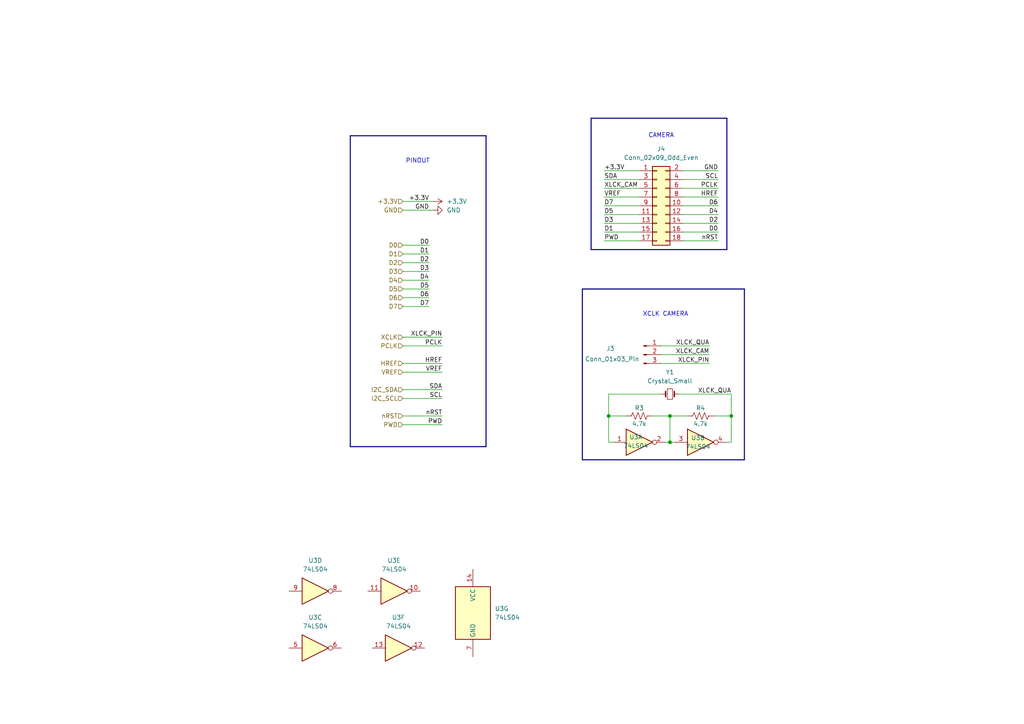
<source format=kicad_sch>
(kicad_sch
	(version 20250114)
	(generator "eeschema")
	(generator_version "9.0")
	(uuid "7fd1e59d-d896-4263-8d21-df7365fed559")
	(paper "A4")
	(lib_symbols
		(symbol "74xx:74LS04"
			(exclude_from_sim no)
			(in_bom yes)
			(on_board yes)
			(property "Reference" "U"
				(at 0 1.27 0)
				(effects
					(font
						(size 1.27 1.27)
					)
				)
			)
			(property "Value" "74LS04"
				(at 0 -1.27 0)
				(effects
					(font
						(size 1.27 1.27)
					)
				)
			)
			(property "Footprint" ""
				(at 0 0 0)
				(effects
					(font
						(size 1.27 1.27)
					)
					(hide yes)
				)
			)
			(property "Datasheet" "http://www.ti.com/lit/gpn/sn74LS04"
				(at 0 0 0)
				(effects
					(font
						(size 1.27 1.27)
					)
					(hide yes)
				)
			)
			(property "Description" "Hex Inverter"
				(at 0 0 0)
				(effects
					(font
						(size 1.27 1.27)
					)
					(hide yes)
				)
			)
			(property "ki_locked" ""
				(at 0 0 0)
				(effects
					(font
						(size 1.27 1.27)
					)
				)
			)
			(property "ki_keywords" "TTL not inv"
				(at 0 0 0)
				(effects
					(font
						(size 1.27 1.27)
					)
					(hide yes)
				)
			)
			(property "ki_fp_filters" "DIP*W7.62mm* SSOP?14* TSSOP?14*"
				(at 0 0 0)
				(effects
					(font
						(size 1.27 1.27)
					)
					(hide yes)
				)
			)
			(symbol "74LS04_1_0"
				(polyline
					(pts
						(xy -3.81 3.81) (xy -3.81 -3.81) (xy 3.81 0) (xy -3.81 3.81)
					)
					(stroke
						(width 0.254)
						(type default)
					)
					(fill
						(type background)
					)
				)
				(pin input line
					(at -7.62 0 0)
					(length 3.81)
					(name "~"
						(effects
							(font
								(size 1.27 1.27)
							)
						)
					)
					(number "1"
						(effects
							(font
								(size 1.27 1.27)
							)
						)
					)
				)
				(pin output inverted
					(at 7.62 0 180)
					(length 3.81)
					(name "~"
						(effects
							(font
								(size 1.27 1.27)
							)
						)
					)
					(number "2"
						(effects
							(font
								(size 1.27 1.27)
							)
						)
					)
				)
			)
			(symbol "74LS04_2_0"
				(polyline
					(pts
						(xy -3.81 3.81) (xy -3.81 -3.81) (xy 3.81 0) (xy -3.81 3.81)
					)
					(stroke
						(width 0.254)
						(type default)
					)
					(fill
						(type background)
					)
				)
				(pin input line
					(at -7.62 0 0)
					(length 3.81)
					(name "~"
						(effects
							(font
								(size 1.27 1.27)
							)
						)
					)
					(number "3"
						(effects
							(font
								(size 1.27 1.27)
							)
						)
					)
				)
				(pin output inverted
					(at 7.62 0 180)
					(length 3.81)
					(name "~"
						(effects
							(font
								(size 1.27 1.27)
							)
						)
					)
					(number "4"
						(effects
							(font
								(size 1.27 1.27)
							)
						)
					)
				)
			)
			(symbol "74LS04_3_0"
				(polyline
					(pts
						(xy -3.81 3.81) (xy -3.81 -3.81) (xy 3.81 0) (xy -3.81 3.81)
					)
					(stroke
						(width 0.254)
						(type default)
					)
					(fill
						(type background)
					)
				)
				(pin input line
					(at -7.62 0 0)
					(length 3.81)
					(name "~"
						(effects
							(font
								(size 1.27 1.27)
							)
						)
					)
					(number "5"
						(effects
							(font
								(size 1.27 1.27)
							)
						)
					)
				)
				(pin output inverted
					(at 7.62 0 180)
					(length 3.81)
					(name "~"
						(effects
							(font
								(size 1.27 1.27)
							)
						)
					)
					(number "6"
						(effects
							(font
								(size 1.27 1.27)
							)
						)
					)
				)
			)
			(symbol "74LS04_4_0"
				(polyline
					(pts
						(xy -3.81 3.81) (xy -3.81 -3.81) (xy 3.81 0) (xy -3.81 3.81)
					)
					(stroke
						(width 0.254)
						(type default)
					)
					(fill
						(type background)
					)
				)
				(pin input line
					(at -7.62 0 0)
					(length 3.81)
					(name "~"
						(effects
							(font
								(size 1.27 1.27)
							)
						)
					)
					(number "9"
						(effects
							(font
								(size 1.27 1.27)
							)
						)
					)
				)
				(pin output inverted
					(at 7.62 0 180)
					(length 3.81)
					(name "~"
						(effects
							(font
								(size 1.27 1.27)
							)
						)
					)
					(number "8"
						(effects
							(font
								(size 1.27 1.27)
							)
						)
					)
				)
			)
			(symbol "74LS04_5_0"
				(polyline
					(pts
						(xy -3.81 3.81) (xy -3.81 -3.81) (xy 3.81 0) (xy -3.81 3.81)
					)
					(stroke
						(width 0.254)
						(type default)
					)
					(fill
						(type background)
					)
				)
				(pin input line
					(at -7.62 0 0)
					(length 3.81)
					(name "~"
						(effects
							(font
								(size 1.27 1.27)
							)
						)
					)
					(number "11"
						(effects
							(font
								(size 1.27 1.27)
							)
						)
					)
				)
				(pin output inverted
					(at 7.62 0 180)
					(length 3.81)
					(name "~"
						(effects
							(font
								(size 1.27 1.27)
							)
						)
					)
					(number "10"
						(effects
							(font
								(size 1.27 1.27)
							)
						)
					)
				)
			)
			(symbol "74LS04_6_0"
				(polyline
					(pts
						(xy -3.81 3.81) (xy -3.81 -3.81) (xy 3.81 0) (xy -3.81 3.81)
					)
					(stroke
						(width 0.254)
						(type default)
					)
					(fill
						(type background)
					)
				)
				(pin input line
					(at -7.62 0 0)
					(length 3.81)
					(name "~"
						(effects
							(font
								(size 1.27 1.27)
							)
						)
					)
					(number "13"
						(effects
							(font
								(size 1.27 1.27)
							)
						)
					)
				)
				(pin output inverted
					(at 7.62 0 180)
					(length 3.81)
					(name "~"
						(effects
							(font
								(size 1.27 1.27)
							)
						)
					)
					(number "12"
						(effects
							(font
								(size 1.27 1.27)
							)
						)
					)
				)
			)
			(symbol "74LS04_7_0"
				(pin power_in line
					(at 0 12.7 270)
					(length 5.08)
					(name "VCC"
						(effects
							(font
								(size 1.27 1.27)
							)
						)
					)
					(number "14"
						(effects
							(font
								(size 1.27 1.27)
							)
						)
					)
				)
				(pin power_in line
					(at 0 -12.7 90)
					(length 5.08)
					(name "GND"
						(effects
							(font
								(size 1.27 1.27)
							)
						)
					)
					(number "7"
						(effects
							(font
								(size 1.27 1.27)
							)
						)
					)
				)
			)
			(symbol "74LS04_7_1"
				(rectangle
					(start -5.08 7.62)
					(end 5.08 -7.62)
					(stroke
						(width 0.254)
						(type default)
					)
					(fill
						(type background)
					)
				)
			)
			(embedded_fonts no)
		)
		(symbol "Connector:Conn_01x03_Pin"
			(pin_names
				(offset 1.016)
				(hide yes)
			)
			(exclude_from_sim no)
			(in_bom yes)
			(on_board yes)
			(property "Reference" "J"
				(at 0 5.08 0)
				(effects
					(font
						(size 1.27 1.27)
					)
				)
			)
			(property "Value" "Conn_01x03_Pin"
				(at 0 -5.08 0)
				(effects
					(font
						(size 1.27 1.27)
					)
				)
			)
			(property "Footprint" ""
				(at 0 0 0)
				(effects
					(font
						(size 1.27 1.27)
					)
					(hide yes)
				)
			)
			(property "Datasheet" "~"
				(at 0 0 0)
				(effects
					(font
						(size 1.27 1.27)
					)
					(hide yes)
				)
			)
			(property "Description" "Generic connector, single row, 01x03, script generated"
				(at 0 0 0)
				(effects
					(font
						(size 1.27 1.27)
					)
					(hide yes)
				)
			)
			(property "ki_locked" ""
				(at 0 0 0)
				(effects
					(font
						(size 1.27 1.27)
					)
				)
			)
			(property "ki_keywords" "connector"
				(at 0 0 0)
				(effects
					(font
						(size 1.27 1.27)
					)
					(hide yes)
				)
			)
			(property "ki_fp_filters" "Connector*:*_1x??_*"
				(at 0 0 0)
				(effects
					(font
						(size 1.27 1.27)
					)
					(hide yes)
				)
			)
			(symbol "Conn_01x03_Pin_1_1"
				(rectangle
					(start 0.8636 2.667)
					(end 0 2.413)
					(stroke
						(width 0.1524)
						(type default)
					)
					(fill
						(type outline)
					)
				)
				(rectangle
					(start 0.8636 0.127)
					(end 0 -0.127)
					(stroke
						(width 0.1524)
						(type default)
					)
					(fill
						(type outline)
					)
				)
				(rectangle
					(start 0.8636 -2.413)
					(end 0 -2.667)
					(stroke
						(width 0.1524)
						(type default)
					)
					(fill
						(type outline)
					)
				)
				(polyline
					(pts
						(xy 1.27 2.54) (xy 0.8636 2.54)
					)
					(stroke
						(width 0.1524)
						(type default)
					)
					(fill
						(type none)
					)
				)
				(polyline
					(pts
						(xy 1.27 0) (xy 0.8636 0)
					)
					(stroke
						(width 0.1524)
						(type default)
					)
					(fill
						(type none)
					)
				)
				(polyline
					(pts
						(xy 1.27 -2.54) (xy 0.8636 -2.54)
					)
					(stroke
						(width 0.1524)
						(type default)
					)
					(fill
						(type none)
					)
				)
				(pin passive line
					(at 5.08 2.54 180)
					(length 3.81)
					(name "Pin_1"
						(effects
							(font
								(size 1.27 1.27)
							)
						)
					)
					(number "1"
						(effects
							(font
								(size 1.27 1.27)
							)
						)
					)
				)
				(pin passive line
					(at 5.08 0 180)
					(length 3.81)
					(name "Pin_2"
						(effects
							(font
								(size 1.27 1.27)
							)
						)
					)
					(number "2"
						(effects
							(font
								(size 1.27 1.27)
							)
						)
					)
				)
				(pin passive line
					(at 5.08 -2.54 180)
					(length 3.81)
					(name "Pin_3"
						(effects
							(font
								(size 1.27 1.27)
							)
						)
					)
					(number "3"
						(effects
							(font
								(size 1.27 1.27)
							)
						)
					)
				)
			)
			(embedded_fonts no)
		)
		(symbol "Connector_Generic:Conn_02x09_Odd_Even"
			(pin_names
				(offset 1.016)
				(hide yes)
			)
			(exclude_from_sim no)
			(in_bom yes)
			(on_board yes)
			(property "Reference" "J"
				(at 1.27 12.7 0)
				(effects
					(font
						(size 1.27 1.27)
					)
				)
			)
			(property "Value" "Conn_02x09_Odd_Even"
				(at 1.27 -12.7 0)
				(effects
					(font
						(size 1.27 1.27)
					)
				)
			)
			(property "Footprint" ""
				(at 0 0 0)
				(effects
					(font
						(size 1.27 1.27)
					)
					(hide yes)
				)
			)
			(property "Datasheet" "~"
				(at 0 0 0)
				(effects
					(font
						(size 1.27 1.27)
					)
					(hide yes)
				)
			)
			(property "Description" "Generic connector, double row, 02x09, odd/even pin numbering scheme (row 1 odd numbers, row 2 even numbers), script generated (kicad-library-utils/schlib/autogen/connector/)"
				(at 0 0 0)
				(effects
					(font
						(size 1.27 1.27)
					)
					(hide yes)
				)
			)
			(property "ki_keywords" "connector"
				(at 0 0 0)
				(effects
					(font
						(size 1.27 1.27)
					)
					(hide yes)
				)
			)
			(property "ki_fp_filters" "Connector*:*_2x??_*"
				(at 0 0 0)
				(effects
					(font
						(size 1.27 1.27)
					)
					(hide yes)
				)
			)
			(symbol "Conn_02x09_Odd_Even_1_1"
				(rectangle
					(start -1.27 11.43)
					(end 3.81 -11.43)
					(stroke
						(width 0.254)
						(type default)
					)
					(fill
						(type background)
					)
				)
				(rectangle
					(start -1.27 10.287)
					(end 0 10.033)
					(stroke
						(width 0.1524)
						(type default)
					)
					(fill
						(type none)
					)
				)
				(rectangle
					(start -1.27 7.747)
					(end 0 7.493)
					(stroke
						(width 0.1524)
						(type default)
					)
					(fill
						(type none)
					)
				)
				(rectangle
					(start -1.27 5.207)
					(end 0 4.953)
					(stroke
						(width 0.1524)
						(type default)
					)
					(fill
						(type none)
					)
				)
				(rectangle
					(start -1.27 2.667)
					(end 0 2.413)
					(stroke
						(width 0.1524)
						(type default)
					)
					(fill
						(type none)
					)
				)
				(rectangle
					(start -1.27 0.127)
					(end 0 -0.127)
					(stroke
						(width 0.1524)
						(type default)
					)
					(fill
						(type none)
					)
				)
				(rectangle
					(start -1.27 -2.413)
					(end 0 -2.667)
					(stroke
						(width 0.1524)
						(type default)
					)
					(fill
						(type none)
					)
				)
				(rectangle
					(start -1.27 -4.953)
					(end 0 -5.207)
					(stroke
						(width 0.1524)
						(type default)
					)
					(fill
						(type none)
					)
				)
				(rectangle
					(start -1.27 -7.493)
					(end 0 -7.747)
					(stroke
						(width 0.1524)
						(type default)
					)
					(fill
						(type none)
					)
				)
				(rectangle
					(start -1.27 -10.033)
					(end 0 -10.287)
					(stroke
						(width 0.1524)
						(type default)
					)
					(fill
						(type none)
					)
				)
				(rectangle
					(start 3.81 10.287)
					(end 2.54 10.033)
					(stroke
						(width 0.1524)
						(type default)
					)
					(fill
						(type none)
					)
				)
				(rectangle
					(start 3.81 7.747)
					(end 2.54 7.493)
					(stroke
						(width 0.1524)
						(type default)
					)
					(fill
						(type none)
					)
				)
				(rectangle
					(start 3.81 5.207)
					(end 2.54 4.953)
					(stroke
						(width 0.1524)
						(type default)
					)
					(fill
						(type none)
					)
				)
				(rectangle
					(start 3.81 2.667)
					(end 2.54 2.413)
					(stroke
						(width 0.1524)
						(type default)
					)
					(fill
						(type none)
					)
				)
				(rectangle
					(start 3.81 0.127)
					(end 2.54 -0.127)
					(stroke
						(width 0.1524)
						(type default)
					)
					(fill
						(type none)
					)
				)
				(rectangle
					(start 3.81 -2.413)
					(end 2.54 -2.667)
					(stroke
						(width 0.1524)
						(type default)
					)
					(fill
						(type none)
					)
				)
				(rectangle
					(start 3.81 -4.953)
					(end 2.54 -5.207)
					(stroke
						(width 0.1524)
						(type default)
					)
					(fill
						(type none)
					)
				)
				(rectangle
					(start 3.81 -7.493)
					(end 2.54 -7.747)
					(stroke
						(width 0.1524)
						(type default)
					)
					(fill
						(type none)
					)
				)
				(rectangle
					(start 3.81 -10.033)
					(end 2.54 -10.287)
					(stroke
						(width 0.1524)
						(type default)
					)
					(fill
						(type none)
					)
				)
				(pin passive line
					(at -5.08 10.16 0)
					(length 3.81)
					(name "Pin_1"
						(effects
							(font
								(size 1.27 1.27)
							)
						)
					)
					(number "1"
						(effects
							(font
								(size 1.27 1.27)
							)
						)
					)
				)
				(pin passive line
					(at -5.08 7.62 0)
					(length 3.81)
					(name "Pin_3"
						(effects
							(font
								(size 1.27 1.27)
							)
						)
					)
					(number "3"
						(effects
							(font
								(size 1.27 1.27)
							)
						)
					)
				)
				(pin passive line
					(at -5.08 5.08 0)
					(length 3.81)
					(name "Pin_5"
						(effects
							(font
								(size 1.27 1.27)
							)
						)
					)
					(number "5"
						(effects
							(font
								(size 1.27 1.27)
							)
						)
					)
				)
				(pin passive line
					(at -5.08 2.54 0)
					(length 3.81)
					(name "Pin_7"
						(effects
							(font
								(size 1.27 1.27)
							)
						)
					)
					(number "7"
						(effects
							(font
								(size 1.27 1.27)
							)
						)
					)
				)
				(pin passive line
					(at -5.08 0 0)
					(length 3.81)
					(name "Pin_9"
						(effects
							(font
								(size 1.27 1.27)
							)
						)
					)
					(number "9"
						(effects
							(font
								(size 1.27 1.27)
							)
						)
					)
				)
				(pin passive line
					(at -5.08 -2.54 0)
					(length 3.81)
					(name "Pin_11"
						(effects
							(font
								(size 1.27 1.27)
							)
						)
					)
					(number "11"
						(effects
							(font
								(size 1.27 1.27)
							)
						)
					)
				)
				(pin passive line
					(at -5.08 -5.08 0)
					(length 3.81)
					(name "Pin_13"
						(effects
							(font
								(size 1.27 1.27)
							)
						)
					)
					(number "13"
						(effects
							(font
								(size 1.27 1.27)
							)
						)
					)
				)
				(pin passive line
					(at -5.08 -7.62 0)
					(length 3.81)
					(name "Pin_15"
						(effects
							(font
								(size 1.27 1.27)
							)
						)
					)
					(number "15"
						(effects
							(font
								(size 1.27 1.27)
							)
						)
					)
				)
				(pin passive line
					(at -5.08 -10.16 0)
					(length 3.81)
					(name "Pin_17"
						(effects
							(font
								(size 1.27 1.27)
							)
						)
					)
					(number "17"
						(effects
							(font
								(size 1.27 1.27)
							)
						)
					)
				)
				(pin passive line
					(at 7.62 10.16 180)
					(length 3.81)
					(name "Pin_2"
						(effects
							(font
								(size 1.27 1.27)
							)
						)
					)
					(number "2"
						(effects
							(font
								(size 1.27 1.27)
							)
						)
					)
				)
				(pin passive line
					(at 7.62 7.62 180)
					(length 3.81)
					(name "Pin_4"
						(effects
							(font
								(size 1.27 1.27)
							)
						)
					)
					(number "4"
						(effects
							(font
								(size 1.27 1.27)
							)
						)
					)
				)
				(pin passive line
					(at 7.62 5.08 180)
					(length 3.81)
					(name "Pin_6"
						(effects
							(font
								(size 1.27 1.27)
							)
						)
					)
					(number "6"
						(effects
							(font
								(size 1.27 1.27)
							)
						)
					)
				)
				(pin passive line
					(at 7.62 2.54 180)
					(length 3.81)
					(name "Pin_8"
						(effects
							(font
								(size 1.27 1.27)
							)
						)
					)
					(number "8"
						(effects
							(font
								(size 1.27 1.27)
							)
						)
					)
				)
				(pin passive line
					(at 7.62 0 180)
					(length 3.81)
					(name "Pin_10"
						(effects
							(font
								(size 1.27 1.27)
							)
						)
					)
					(number "10"
						(effects
							(font
								(size 1.27 1.27)
							)
						)
					)
				)
				(pin passive line
					(at 7.62 -2.54 180)
					(length 3.81)
					(name "Pin_12"
						(effects
							(font
								(size 1.27 1.27)
							)
						)
					)
					(number "12"
						(effects
							(font
								(size 1.27 1.27)
							)
						)
					)
				)
				(pin passive line
					(at 7.62 -5.08 180)
					(length 3.81)
					(name "Pin_14"
						(effects
							(font
								(size 1.27 1.27)
							)
						)
					)
					(number "14"
						(effects
							(font
								(size 1.27 1.27)
							)
						)
					)
				)
				(pin passive line
					(at 7.62 -7.62 180)
					(length 3.81)
					(name "Pin_16"
						(effects
							(font
								(size 1.27 1.27)
							)
						)
					)
					(number "16"
						(effects
							(font
								(size 1.27 1.27)
							)
						)
					)
				)
				(pin passive line
					(at 7.62 -10.16 180)
					(length 3.81)
					(name "Pin_18"
						(effects
							(font
								(size 1.27 1.27)
							)
						)
					)
					(number "18"
						(effects
							(font
								(size 1.27 1.27)
							)
						)
					)
				)
			)
			(embedded_fonts no)
		)
		(symbol "Device:Crystal_Small"
			(pin_numbers
				(hide yes)
			)
			(pin_names
				(offset 1.016)
				(hide yes)
			)
			(exclude_from_sim no)
			(in_bom yes)
			(on_board yes)
			(property "Reference" "Y"
				(at 0 2.54 0)
				(effects
					(font
						(size 1.27 1.27)
					)
				)
			)
			(property "Value" "Crystal_Small"
				(at 0 -2.54 0)
				(effects
					(font
						(size 1.27 1.27)
					)
				)
			)
			(property "Footprint" ""
				(at 0 0 0)
				(effects
					(font
						(size 1.27 1.27)
					)
					(hide yes)
				)
			)
			(property "Datasheet" "~"
				(at 0 0 0)
				(effects
					(font
						(size 1.27 1.27)
					)
					(hide yes)
				)
			)
			(property "Description" "Two pin crystal, small symbol"
				(at 0 0 0)
				(effects
					(font
						(size 1.27 1.27)
					)
					(hide yes)
				)
			)
			(property "ki_keywords" "quartz ceramic resonator oscillator"
				(at 0 0 0)
				(effects
					(font
						(size 1.27 1.27)
					)
					(hide yes)
				)
			)
			(property "ki_fp_filters" "Crystal*"
				(at 0 0 0)
				(effects
					(font
						(size 1.27 1.27)
					)
					(hide yes)
				)
			)
			(symbol "Crystal_Small_0_1"
				(polyline
					(pts
						(xy -1.27 -0.762) (xy -1.27 0.762)
					)
					(stroke
						(width 0.381)
						(type default)
					)
					(fill
						(type none)
					)
				)
				(rectangle
					(start -0.762 -1.524)
					(end 0.762 1.524)
					(stroke
						(width 0)
						(type default)
					)
					(fill
						(type none)
					)
				)
				(polyline
					(pts
						(xy 1.27 -0.762) (xy 1.27 0.762)
					)
					(stroke
						(width 0.381)
						(type default)
					)
					(fill
						(type none)
					)
				)
			)
			(symbol "Crystal_Small_1_1"
				(pin passive line
					(at -2.54 0 0)
					(length 1.27)
					(name "1"
						(effects
							(font
								(size 1.27 1.27)
							)
						)
					)
					(number "1"
						(effects
							(font
								(size 1.27 1.27)
							)
						)
					)
				)
				(pin passive line
					(at 2.54 0 180)
					(length 1.27)
					(name "2"
						(effects
							(font
								(size 1.27 1.27)
							)
						)
					)
					(number "2"
						(effects
							(font
								(size 1.27 1.27)
							)
						)
					)
				)
			)
			(embedded_fonts no)
		)
		(symbol "Device:R_US"
			(pin_numbers
				(hide yes)
			)
			(pin_names
				(offset 0)
			)
			(exclude_from_sim no)
			(in_bom yes)
			(on_board yes)
			(property "Reference" "R"
				(at 2.54 0 90)
				(effects
					(font
						(size 1.27 1.27)
					)
				)
			)
			(property "Value" "R_US"
				(at -2.54 0 90)
				(effects
					(font
						(size 1.27 1.27)
					)
				)
			)
			(property "Footprint" ""
				(at 1.016 -0.254 90)
				(effects
					(font
						(size 1.27 1.27)
					)
					(hide yes)
				)
			)
			(property "Datasheet" "~"
				(at 0 0 0)
				(effects
					(font
						(size 1.27 1.27)
					)
					(hide yes)
				)
			)
			(property "Description" "Resistor, US symbol"
				(at 0 0 0)
				(effects
					(font
						(size 1.27 1.27)
					)
					(hide yes)
				)
			)
			(property "ki_keywords" "R res resistor"
				(at 0 0 0)
				(effects
					(font
						(size 1.27 1.27)
					)
					(hide yes)
				)
			)
			(property "ki_fp_filters" "R_*"
				(at 0 0 0)
				(effects
					(font
						(size 1.27 1.27)
					)
					(hide yes)
				)
			)
			(symbol "R_US_0_1"
				(polyline
					(pts
						(xy 0 2.286) (xy 0 2.54)
					)
					(stroke
						(width 0)
						(type default)
					)
					(fill
						(type none)
					)
				)
				(polyline
					(pts
						(xy 0 2.286) (xy 1.016 1.905) (xy 0 1.524) (xy -1.016 1.143) (xy 0 0.762)
					)
					(stroke
						(width 0)
						(type default)
					)
					(fill
						(type none)
					)
				)
				(polyline
					(pts
						(xy 0 0.762) (xy 1.016 0.381) (xy 0 0) (xy -1.016 -0.381) (xy 0 -0.762)
					)
					(stroke
						(width 0)
						(type default)
					)
					(fill
						(type none)
					)
				)
				(polyline
					(pts
						(xy 0 -0.762) (xy 1.016 -1.143) (xy 0 -1.524) (xy -1.016 -1.905) (xy 0 -2.286)
					)
					(stroke
						(width 0)
						(type default)
					)
					(fill
						(type none)
					)
				)
				(polyline
					(pts
						(xy 0 -2.286) (xy 0 -2.54)
					)
					(stroke
						(width 0)
						(type default)
					)
					(fill
						(type none)
					)
				)
			)
			(symbol "R_US_1_1"
				(pin passive line
					(at 0 3.81 270)
					(length 1.27)
					(name "~"
						(effects
							(font
								(size 1.27 1.27)
							)
						)
					)
					(number "1"
						(effects
							(font
								(size 1.27 1.27)
							)
						)
					)
				)
				(pin passive line
					(at 0 -3.81 90)
					(length 1.27)
					(name "~"
						(effects
							(font
								(size 1.27 1.27)
							)
						)
					)
					(number "2"
						(effects
							(font
								(size 1.27 1.27)
							)
						)
					)
				)
			)
			(embedded_fonts no)
		)
		(symbol "power:+3.3V"
			(power)
			(pin_numbers
				(hide yes)
			)
			(pin_names
				(offset 0)
				(hide yes)
			)
			(exclude_from_sim no)
			(in_bom yes)
			(on_board yes)
			(property "Reference" "#PWR"
				(at 0 -3.81 0)
				(effects
					(font
						(size 1.27 1.27)
					)
					(hide yes)
				)
			)
			(property "Value" "+3.3V"
				(at 0 3.556 0)
				(effects
					(font
						(size 1.27 1.27)
					)
				)
			)
			(property "Footprint" ""
				(at 0 0 0)
				(effects
					(font
						(size 1.27 1.27)
					)
					(hide yes)
				)
			)
			(property "Datasheet" ""
				(at 0 0 0)
				(effects
					(font
						(size 1.27 1.27)
					)
					(hide yes)
				)
			)
			(property "Description" "Power symbol creates a global label with name \"+3.3V\""
				(at 0 0 0)
				(effects
					(font
						(size 1.27 1.27)
					)
					(hide yes)
				)
			)
			(property "ki_keywords" "global power"
				(at 0 0 0)
				(effects
					(font
						(size 1.27 1.27)
					)
					(hide yes)
				)
			)
			(symbol "+3.3V_0_1"
				(polyline
					(pts
						(xy -0.762 1.27) (xy 0 2.54)
					)
					(stroke
						(width 0)
						(type default)
					)
					(fill
						(type none)
					)
				)
				(polyline
					(pts
						(xy 0 2.54) (xy 0.762 1.27)
					)
					(stroke
						(width 0)
						(type default)
					)
					(fill
						(type none)
					)
				)
				(polyline
					(pts
						(xy 0 0) (xy 0 2.54)
					)
					(stroke
						(width 0)
						(type default)
					)
					(fill
						(type none)
					)
				)
			)
			(symbol "+3.3V_1_1"
				(pin power_in line
					(at 0 0 90)
					(length 0)
					(name "~"
						(effects
							(font
								(size 1.27 1.27)
							)
						)
					)
					(number "1"
						(effects
							(font
								(size 1.27 1.27)
							)
						)
					)
				)
			)
			(embedded_fonts no)
		)
		(symbol "power:GND"
			(power)
			(pin_numbers
				(hide yes)
			)
			(pin_names
				(offset 0)
				(hide yes)
			)
			(exclude_from_sim no)
			(in_bom yes)
			(on_board yes)
			(property "Reference" "#PWR"
				(at 0 -6.35 0)
				(effects
					(font
						(size 1.27 1.27)
					)
					(hide yes)
				)
			)
			(property "Value" "GND"
				(at 0 -3.81 0)
				(effects
					(font
						(size 1.27 1.27)
					)
				)
			)
			(property "Footprint" ""
				(at 0 0 0)
				(effects
					(font
						(size 1.27 1.27)
					)
					(hide yes)
				)
			)
			(property "Datasheet" ""
				(at 0 0 0)
				(effects
					(font
						(size 1.27 1.27)
					)
					(hide yes)
				)
			)
			(property "Description" "Power symbol creates a global label with name \"GND\" , ground"
				(at 0 0 0)
				(effects
					(font
						(size 1.27 1.27)
					)
					(hide yes)
				)
			)
			(property "ki_keywords" "global power"
				(at 0 0 0)
				(effects
					(font
						(size 1.27 1.27)
					)
					(hide yes)
				)
			)
			(symbol "GND_0_1"
				(polyline
					(pts
						(xy 0 0) (xy 0 -1.27) (xy 1.27 -1.27) (xy 0 -2.54) (xy -1.27 -1.27) (xy 0 -1.27)
					)
					(stroke
						(width 0)
						(type default)
					)
					(fill
						(type none)
					)
				)
			)
			(symbol "GND_1_1"
				(pin power_in line
					(at 0 0 270)
					(length 0)
					(name "~"
						(effects
							(font
								(size 1.27 1.27)
							)
						)
					)
					(number "1"
						(effects
							(font
								(size 1.27 1.27)
							)
						)
					)
				)
			)
			(embedded_fonts no)
		)
	)
	(text "PINOUT\n"
		(exclude_from_sim no)
		(at 121.158 46.736 0)
		(effects
			(font
				(size 1.27 1.27)
			)
		)
		(uuid "2933875a-2b10-4880-92f7-4a6c2dcf1851")
	)
	(text "XCLK CAMERA"
		(exclude_from_sim no)
		(at 193.04 91.186 0)
		(effects
			(font
				(size 1.27 1.27)
			)
		)
		(uuid "6289ef4a-c985-46f8-9d36-c86bb1c1f8f3")
	)
	(text "CAMERA"
		(exclude_from_sim no)
		(at 191.77 39.37 0)
		(effects
			(font
				(size 1.27 1.27)
			)
		)
		(uuid "b76bfdaf-2c94-4ed0-b41e-2e78dc5c4a93")
	)
	(junction
		(at 212.09 120.65)
		(diameter 0)
		(color 0 0 0 0)
		(uuid "42692496-29df-457e-a65f-32101d8c445b")
	)
	(junction
		(at 176.53 120.65)
		(diameter 0)
		(color 0 0 0 0)
		(uuid "5d67b73c-988b-40ea-b201-74d75acadc59")
	)
	(junction
		(at 194.31 120.65)
		(diameter 0)
		(color 0 0 0 0)
		(uuid "a9b0415c-c4b7-4401-800b-f2bffd7d7056")
	)
	(junction
		(at 194.31 128.27)
		(diameter 0)
		(color 0 0 0 0)
		(uuid "c8c1152a-1c37-4ba8-8284-7014dc5e2cca")
	)
	(wire
		(pts
			(xy 175.26 52.07) (xy 185.42 52.07)
		)
		(stroke
			(width 0)
			(type default)
		)
		(uuid "022d9f1f-1c7c-4462-a23a-01e67dd01e74")
	)
	(bus
		(pts
			(xy 168.91 83.82) (xy 215.9 83.82)
		)
		(stroke
			(width 0)
			(type default)
		)
		(uuid "029fbb73-b008-42fb-8e0d-b7a0bbb50d79")
	)
	(wire
		(pts
			(xy 116.84 60.96) (xy 125.73 60.96)
		)
		(stroke
			(width 0)
			(type default)
		)
		(uuid "04d59f73-0a41-4ed3-bcc2-ee08d42a8901")
	)
	(wire
		(pts
			(xy 116.84 83.82) (xy 124.46 83.82)
		)
		(stroke
			(width 0)
			(type default)
		)
		(uuid "05a04c31-6927-43a2-a564-5553440878a1")
	)
	(wire
		(pts
			(xy 175.26 59.69) (xy 185.42 59.69)
		)
		(stroke
			(width 0)
			(type default)
		)
		(uuid "0a3465e6-ff6e-4811-a710-fd413fbfa868")
	)
	(wire
		(pts
			(xy 198.12 69.85) (xy 208.28 69.85)
		)
		(stroke
			(width 0)
			(type default)
		)
		(uuid "19653b1e-388e-4274-91a9-1ac83c111a94")
	)
	(wire
		(pts
			(xy 212.09 114.3) (xy 212.09 120.65)
		)
		(stroke
			(width 0)
			(type default)
		)
		(uuid "19cef1b3-bb24-4e90-9f01-3acca7c91222")
	)
	(wire
		(pts
			(xy 177.8 128.27) (xy 176.53 128.27)
		)
		(stroke
			(width 0)
			(type default)
		)
		(uuid "2198965f-082a-44dd-a5d1-f21bee77dc22")
	)
	(wire
		(pts
			(xy 116.84 123.19) (xy 128.27 123.19)
		)
		(stroke
			(width 0)
			(type default)
		)
		(uuid "21a3ca66-cae8-46e0-84e9-eb8ac09a3788")
	)
	(wire
		(pts
			(xy 176.53 114.3) (xy 176.53 120.65)
		)
		(stroke
			(width 0)
			(type default)
		)
		(uuid "28747858-976f-486f-ac0e-481f63a2e9e7")
	)
	(wire
		(pts
			(xy 207.01 120.65) (xy 212.09 120.65)
		)
		(stroke
			(width 0)
			(type default)
		)
		(uuid "29d755be-6482-4a51-a6ff-7d7509e8b5f0")
	)
	(bus
		(pts
			(xy 168.91 133.35) (xy 215.9 133.35)
		)
		(stroke
			(width 0)
			(type default)
		)
		(uuid "30abed05-dadb-4037-beab-06ba321c93a9")
	)
	(wire
		(pts
			(xy 198.12 62.23) (xy 208.28 62.23)
		)
		(stroke
			(width 0)
			(type default)
		)
		(uuid "3a2f50fa-5143-4cab-b75b-824c13b0cd5f")
	)
	(wire
		(pts
			(xy 191.77 105.41) (xy 205.74 105.41)
		)
		(stroke
			(width 0)
			(type default)
		)
		(uuid "3f69fb6e-9826-45fc-bb90-5fe7f9904cef")
	)
	(wire
		(pts
			(xy 189.23 120.65) (xy 194.31 120.65)
		)
		(stroke
			(width 0)
			(type default)
		)
		(uuid "426b3936-cc87-4aa0-87bc-e860914fae0c")
	)
	(wire
		(pts
			(xy 198.12 54.61) (xy 208.28 54.61)
		)
		(stroke
			(width 0)
			(type default)
		)
		(uuid "44d4d55e-ee14-4925-a66c-7a6f74c348fa")
	)
	(wire
		(pts
			(xy 116.84 105.41) (xy 128.27 105.41)
		)
		(stroke
			(width 0)
			(type default)
		)
		(uuid "557ed207-f14d-48b3-adcc-430a5a987869")
	)
	(wire
		(pts
			(xy 116.84 100.33) (xy 128.27 100.33)
		)
		(stroke
			(width 0)
			(type default)
		)
		(uuid "56d0a0c4-3176-48f6-8fcc-41ad5b347826")
	)
	(bus
		(pts
			(xy 215.9 133.35) (xy 215.9 83.82)
		)
		(stroke
			(width 0)
			(type default)
		)
		(uuid "57806dc6-dad6-46c2-912b-fb9581d6b4e6")
	)
	(wire
		(pts
			(xy 194.31 120.65) (xy 194.31 128.27)
		)
		(stroke
			(width 0)
			(type default)
		)
		(uuid "63b39c10-596f-4729-a507-906dc1f4fbf8")
	)
	(wire
		(pts
			(xy 191.77 102.87) (xy 205.74 102.87)
		)
		(stroke
			(width 0)
			(type default)
		)
		(uuid "652999d1-2564-4961-8c40-a603247b4368")
	)
	(bus
		(pts
			(xy 171.45 34.29) (xy 171.45 72.39)
		)
		(stroke
			(width 0)
			(type default)
		)
		(uuid "6c548481-e4e5-486b-b8c3-22474616b198")
	)
	(wire
		(pts
			(xy 175.26 49.53) (xy 185.42 49.53)
		)
		(stroke
			(width 0)
			(type default)
		)
		(uuid "715a51e7-555a-4953-ba9f-b32b6901ca73")
	)
	(wire
		(pts
			(xy 116.84 88.9) (xy 124.46 88.9)
		)
		(stroke
			(width 0)
			(type default)
		)
		(uuid "7263a39b-2705-46db-8180-33640945f58c")
	)
	(wire
		(pts
			(xy 191.77 100.33) (xy 205.74 100.33)
		)
		(stroke
			(width 0)
			(type default)
		)
		(uuid "76a19794-4193-4953-9704-c1a368d2f478")
	)
	(bus
		(pts
			(xy 101.6 39.37) (xy 140.97 39.37)
		)
		(stroke
			(width 0)
			(type default)
		)
		(uuid "79a60577-f547-4103-9d01-06fe2050accd")
	)
	(wire
		(pts
			(xy 198.12 67.31) (xy 208.28 67.31)
		)
		(stroke
			(width 0)
			(type default)
		)
		(uuid "7e27da1d-4ab1-426d-8f02-e5b63d61c1b4")
	)
	(wire
		(pts
			(xy 198.12 52.07) (xy 208.28 52.07)
		)
		(stroke
			(width 0)
			(type default)
		)
		(uuid "841227f0-8ce7-4e13-bc19-415dfa16d1a2")
	)
	(wire
		(pts
			(xy 116.84 71.12) (xy 124.46 71.12)
		)
		(stroke
			(width 0)
			(type default)
		)
		(uuid "86c71a5d-4142-47eb-b6aa-73ba99d640de")
	)
	(wire
		(pts
			(xy 116.84 120.65) (xy 128.27 120.65)
		)
		(stroke
			(width 0)
			(type default)
		)
		(uuid "87c1b63a-be8c-494d-8820-b3e52107d7e9")
	)
	(wire
		(pts
			(xy 116.84 107.95) (xy 128.27 107.95)
		)
		(stroke
			(width 0)
			(type default)
		)
		(uuid "8931de90-67ac-45b2-96a6-a27f1a733583")
	)
	(wire
		(pts
			(xy 194.31 128.27) (xy 195.58 128.27)
		)
		(stroke
			(width 0)
			(type default)
		)
		(uuid "8aef061c-43ef-4d36-a705-19e529928d26")
	)
	(wire
		(pts
			(xy 176.53 120.65) (xy 181.61 120.65)
		)
		(stroke
			(width 0)
			(type default)
		)
		(uuid "8cd1eff5-09c3-4300-b5ff-14e0bf85b77d")
	)
	(wire
		(pts
			(xy 175.26 54.61) (xy 185.42 54.61)
		)
		(stroke
			(width 0)
			(type default)
		)
		(uuid "8ce3cb45-4388-4b22-b2c4-2e23187bfc53")
	)
	(wire
		(pts
			(xy 176.53 114.3) (xy 191.77 114.3)
		)
		(stroke
			(width 0)
			(type default)
		)
		(uuid "8db69821-3b15-455e-9ff2-5f2d0f7c87d6")
	)
	(wire
		(pts
			(xy 193.04 128.27) (xy 194.31 128.27)
		)
		(stroke
			(width 0)
			(type default)
		)
		(uuid "8f079901-e344-42ec-816f-c210c19c5ba3")
	)
	(bus
		(pts
			(xy 140.97 129.54) (xy 140.97 39.37)
		)
		(stroke
			(width 0)
			(type default)
		)
		(uuid "93b3eb7c-1d41-453a-acf4-08f1b2a85677")
	)
	(wire
		(pts
			(xy 176.53 128.27) (xy 176.53 120.65)
		)
		(stroke
			(width 0)
			(type default)
		)
		(uuid "995112b7-8a9f-4c89-aad4-278ec55cf662")
	)
	(wire
		(pts
			(xy 116.84 73.66) (xy 124.46 73.66)
		)
		(stroke
			(width 0)
			(type default)
		)
		(uuid "9b40e855-e1c2-4a52-941f-ac91a16a5d5c")
	)
	(wire
		(pts
			(xy 198.12 64.77) (xy 208.28 64.77)
		)
		(stroke
			(width 0)
			(type default)
		)
		(uuid "9c021762-edcc-452b-9eb7-43d044228d73")
	)
	(wire
		(pts
			(xy 175.26 69.85) (xy 185.42 69.85)
		)
		(stroke
			(width 0)
			(type default)
		)
		(uuid "a0d2e939-6cac-408f-9c71-879d01ee0a78")
	)
	(wire
		(pts
			(xy 194.31 120.65) (xy 199.39 120.65)
		)
		(stroke
			(width 0)
			(type default)
		)
		(uuid "a19e2f0b-fdaf-4745-8685-20f40a3820f0")
	)
	(bus
		(pts
			(xy 171.45 72.39) (xy 210.82 72.39)
		)
		(stroke
			(width 0)
			(type default)
		)
		(uuid "a691b48d-d69c-48bd-8dd0-90a74f72705f")
	)
	(wire
		(pts
			(xy 196.85 114.3) (xy 212.09 114.3)
		)
		(stroke
			(width 0)
			(type default)
		)
		(uuid "a8a2a846-e21d-42ab-8949-5ff51c290471")
	)
	(wire
		(pts
			(xy 198.12 57.15) (xy 208.28 57.15)
		)
		(stroke
			(width 0)
			(type default)
		)
		(uuid "ae890066-db48-4c49-8c1c-d3af67d6e132")
	)
	(bus
		(pts
			(xy 101.6 129.54) (xy 140.97 129.54)
		)
		(stroke
			(width 0)
			(type default)
		)
		(uuid "bd1a868a-c957-4f89-b7b7-ba16f9344125")
	)
	(wire
		(pts
			(xy 116.84 78.74) (xy 124.46 78.74)
		)
		(stroke
			(width 0)
			(type default)
		)
		(uuid "becc994a-94b9-45c9-9f3a-0d1d20e17e32")
	)
	(wire
		(pts
			(xy 116.84 115.57) (xy 128.27 115.57)
		)
		(stroke
			(width 0)
			(type default)
		)
		(uuid "bff96903-7cff-489a-9d4c-9675fe6b9f41")
	)
	(wire
		(pts
			(xy 212.09 128.27) (xy 210.82 128.27)
		)
		(stroke
			(width 0)
			(type default)
		)
		(uuid "c20ea070-1f87-43f8-8ab1-303a9dd4daad")
	)
	(wire
		(pts
			(xy 116.84 81.28) (xy 124.46 81.28)
		)
		(stroke
			(width 0)
			(type default)
		)
		(uuid "c34bea19-e068-4f58-b5f9-e1de8075e288")
	)
	(bus
		(pts
			(xy 101.6 39.37) (xy 101.6 129.54)
		)
		(stroke
			(width 0)
			(type default)
		)
		(uuid "c6c82e33-d4b2-4030-ba1d-490ab6bdac58")
	)
	(bus
		(pts
			(xy 210.82 72.39) (xy 210.82 34.29)
		)
		(stroke
			(width 0)
			(type default)
		)
		(uuid "c6e3007f-a288-4258-ba52-483e29d2b0a1")
	)
	(wire
		(pts
			(xy 116.84 58.42) (xy 125.73 58.42)
		)
		(stroke
			(width 0)
			(type default)
		)
		(uuid "c8db3f05-a050-494f-a569-749e0282e738")
	)
	(wire
		(pts
			(xy 175.26 67.31) (xy 185.42 67.31)
		)
		(stroke
			(width 0)
			(type default)
		)
		(uuid "c927803e-5b67-40bc-8367-16357b97515b")
	)
	(wire
		(pts
			(xy 116.84 86.36) (xy 124.46 86.36)
		)
		(stroke
			(width 0)
			(type default)
		)
		(uuid "cffe2d25-6ae7-4e50-bd82-21558213ed06")
	)
	(wire
		(pts
			(xy 116.84 113.03) (xy 128.27 113.03)
		)
		(stroke
			(width 0)
			(type default)
		)
		(uuid "d1f02fc4-7584-4168-b1db-759c187fc292")
	)
	(wire
		(pts
			(xy 116.84 76.2) (xy 124.46 76.2)
		)
		(stroke
			(width 0)
			(type default)
		)
		(uuid "d939c55b-984f-494a-9455-f050f2d15c7a")
	)
	(wire
		(pts
			(xy 116.84 97.79) (xy 128.27 97.79)
		)
		(stroke
			(width 0)
			(type default)
		)
		(uuid "e4747382-2de9-4bbf-af1e-40f2d7bf560f")
	)
	(wire
		(pts
			(xy 175.26 64.77) (xy 185.42 64.77)
		)
		(stroke
			(width 0)
			(type default)
		)
		(uuid "e7418889-f10b-4cb1-88d2-6acd878dea60")
	)
	(bus
		(pts
			(xy 168.91 83.82) (xy 168.91 133.35)
		)
		(stroke
			(width 0)
			(type default)
		)
		(uuid "ec300424-ea9d-427b-805d-4f5d9904fd92")
	)
	(wire
		(pts
			(xy 198.12 59.69) (xy 208.28 59.69)
		)
		(stroke
			(width 0)
			(type default)
		)
		(uuid "ef2ea440-ff7f-4c1f-940f-b1d07cd20d22")
	)
	(wire
		(pts
			(xy 185.42 57.15) (xy 175.26 57.15)
		)
		(stroke
			(width 0)
			(type default)
		)
		(uuid "efd2805d-ae76-44da-b3c8-fe7fcd8cfe1c")
	)
	(wire
		(pts
			(xy 175.26 62.23) (xy 185.42 62.23)
		)
		(stroke
			(width 0)
			(type default)
		)
		(uuid "f3d3586c-79ca-4852-b126-d885ac49fb0c")
	)
	(bus
		(pts
			(xy 171.45 34.29) (xy 210.82 34.29)
		)
		(stroke
			(width 0)
			(type default)
		)
		(uuid "fae4c677-66c6-4171-866b-ca797a63d47a")
	)
	(wire
		(pts
			(xy 212.09 120.65) (xy 212.09 128.27)
		)
		(stroke
			(width 0)
			(type default)
		)
		(uuid "fdd143b0-7fc4-4d50-8494-d535ffd9181b")
	)
	(wire
		(pts
			(xy 198.12 49.53) (xy 208.28 49.53)
		)
		(stroke
			(width 0)
			(type default)
		)
		(uuid "fdeaf170-054d-4bd8-b828-464eac846fd3")
	)
	(label "XLCK_PIN"
		(at 205.74 105.41 180)
		(effects
			(font
				(size 1.27 1.27)
			)
			(justify right bottom)
		)
		(uuid "00aad189-f83d-4bbe-8a04-d12077de9776")
	)
	(label "nRST"
		(at 128.27 120.65 180)
		(effects
			(font
				(size 1.27 1.27)
			)
			(justify right bottom)
		)
		(uuid "074569c6-a641-4e82-b300-0f14ec204e62")
	)
	(label "PCLK"
		(at 128.27 100.33 180)
		(effects
			(font
				(size 1.27 1.27)
			)
			(justify right bottom)
		)
		(uuid "124d057c-8066-4e1f-83c1-85a7fe4e3513")
	)
	(label "D7"
		(at 175.26 59.69 0)
		(effects
			(font
				(size 1.27 1.27)
			)
			(justify left bottom)
		)
		(uuid "128142e8-430b-4e3a-948a-3c7ffb9b3d5a")
	)
	(label "HREF"
		(at 208.28 57.15 180)
		(effects
			(font
				(size 1.27 1.27)
			)
			(justify right bottom)
		)
		(uuid "14069198-4e77-49d7-a1c7-ab54aa799c59")
	)
	(label "D6"
		(at 208.28 59.69 180)
		(effects
			(font
				(size 1.27 1.27)
			)
			(justify right bottom)
		)
		(uuid "1719af0a-2708-4a52-8e39-4e02aa047843")
	)
	(label "D1"
		(at 175.26 67.31 0)
		(effects
			(font
				(size 1.27 1.27)
			)
			(justify left bottom)
		)
		(uuid "1de3f22c-1100-4d44-81ab-ab959048f4c6")
	)
	(label "SCL"
		(at 128.27 115.57 180)
		(effects
			(font
				(size 1.27 1.27)
			)
			(justify right bottom)
		)
		(uuid "30de5e4a-67a0-4ae3-a637-3e3b16b8228a")
	)
	(label "PWD"
		(at 128.27 123.19 180)
		(effects
			(font
				(size 1.27 1.27)
			)
			(justify right bottom)
		)
		(uuid "364eb718-dcaf-4047-aabb-62b2d71187f9")
	)
	(label "D3"
		(at 124.46 78.74 180)
		(effects
			(font
				(size 1.27 1.27)
			)
			(justify right bottom)
		)
		(uuid "3b9ae9d4-4f89-4a5c-acbb-92a31aab3f6f")
	)
	(label "D2"
		(at 124.46 76.2 180)
		(effects
			(font
				(size 1.27 1.27)
			)
			(justify right bottom)
		)
		(uuid "438a5962-2406-4a5e-b698-8f3074c8d778")
	)
	(label "D7"
		(at 124.46 88.9 180)
		(effects
			(font
				(size 1.27 1.27)
			)
			(justify right bottom)
		)
		(uuid "4798ba40-7bc8-4250-8d75-fbe60b03ebfb")
	)
	(label "nRST"
		(at 208.28 69.85 180)
		(effects
			(font
				(size 1.27 1.27)
			)
			(justify right bottom)
		)
		(uuid "4bda21c8-2ea2-40f1-a229-77afbbfc7960")
	)
	(label "XLCK_CAM"
		(at 205.74 102.87 180)
		(effects
			(font
				(size 1.27 1.27)
			)
			(justify right bottom)
		)
		(uuid "4faedb47-d3ce-4f44-985b-fff87e0941f0")
	)
	(label "D2"
		(at 208.28 64.77 180)
		(effects
			(font
				(size 1.27 1.27)
			)
			(justify right bottom)
		)
		(uuid "50cb3c52-4189-4646-9619-f22101f9fc91")
	)
	(label "D4"
		(at 124.46 81.28 180)
		(effects
			(font
				(size 1.27 1.27)
			)
			(justify right bottom)
		)
		(uuid "5545a036-f9e4-4ed0-b27b-435d296d8fb8")
	)
	(label "D4"
		(at 208.28 62.23 180)
		(effects
			(font
				(size 1.27 1.27)
			)
			(justify right bottom)
		)
		(uuid "5db48355-e775-4cc6-8b59-261ae165d860")
	)
	(label "XLCK_PIN"
		(at 128.27 97.79 180)
		(effects
			(font
				(size 1.27 1.27)
			)
			(justify right bottom)
		)
		(uuid "68dfd831-d31f-4fc0-b2dc-52257a60fc94")
	)
	(label "SDA"
		(at 175.26 52.07 0)
		(effects
			(font
				(size 1.27 1.27)
			)
			(justify left bottom)
		)
		(uuid "6a760c01-6eba-483b-a08b-f5fb51de8a1f")
	)
	(label "D0"
		(at 124.46 71.12 180)
		(effects
			(font
				(size 1.27 1.27)
			)
			(justify right bottom)
		)
		(uuid "6e5a9f08-f0ea-4a11-980e-d885f621fcfb")
	)
	(label "GND"
		(at 208.28 49.53 180)
		(effects
			(font
				(size 1.27 1.27)
			)
			(justify right bottom)
		)
		(uuid "7003c006-a741-4ef3-a589-235860450316")
	)
	(label "VREF"
		(at 175.26 57.15 0)
		(effects
			(font
				(size 1.27 1.27)
			)
			(justify left bottom)
		)
		(uuid "7d5e6317-da62-4fd5-83c0-03cf8ec1a82b")
	)
	(label "XLCK_CAM"
		(at 175.26 54.61 0)
		(effects
			(font
				(size 1.27 1.27)
			)
			(justify left bottom)
		)
		(uuid "888c5ba6-1353-417f-9c47-5f15bb99075a")
	)
	(label "+3.3V"
		(at 124.46 58.42 180)
		(effects
			(font
				(size 1.27 1.27)
			)
			(justify right bottom)
		)
		(uuid "88a03eb3-4b7d-44a8-be93-ff1aae96a84c")
	)
	(label "XLCK_QUA"
		(at 205.74 100.33 180)
		(effects
			(font
				(size 1.27 1.27)
			)
			(justify right bottom)
		)
		(uuid "8f12aea7-e5a3-467e-8faf-794eb9de5e96")
	)
	(label "D1"
		(at 124.46 73.66 180)
		(effects
			(font
				(size 1.27 1.27)
			)
			(justify right bottom)
		)
		(uuid "92329c11-f1d0-4a0d-9207-fe14900704f7")
	)
	(label "D3"
		(at 175.26 64.77 0)
		(effects
			(font
				(size 1.27 1.27)
			)
			(justify left bottom)
		)
		(uuid "9b7e6894-795f-474e-bb59-51b546223ce9")
	)
	(label "SDA"
		(at 128.27 113.03 180)
		(effects
			(font
				(size 1.27 1.27)
			)
			(justify right bottom)
		)
		(uuid "a00c299d-8754-477a-8b6a-f61e583b5c06")
	)
	(label "XLCK_QUA"
		(at 212.09 114.3 180)
		(effects
			(font
				(size 1.27 1.27)
			)
			(justify right bottom)
		)
		(uuid "a95a9c7f-306b-427b-b503-b71ef47df5fe")
	)
	(label "D6"
		(at 124.46 86.36 180)
		(effects
			(font
				(size 1.27 1.27)
			)
			(justify right bottom)
		)
		(uuid "b16320e6-f0e2-485c-99fe-728520d74303")
	)
	(label "VREF"
		(at 128.27 107.95 180)
		(effects
			(font
				(size 1.27 1.27)
			)
			(justify right bottom)
		)
		(uuid "b25b4a1b-7b64-4bb5-9645-2dc79feaeb20")
	)
	(label "+3.3V"
		(at 175.26 49.53 0)
		(effects
			(font
				(size 1.27 1.27)
			)
			(justify left bottom)
		)
		(uuid "c25ac0cb-28fe-4f98-a07b-f4654ddce76b")
	)
	(label "D5"
		(at 175.26 62.23 0)
		(effects
			(font
				(size 1.27 1.27)
			)
			(justify left bottom)
		)
		(uuid "c268470f-a871-4f64-a738-b021c3cd1f9c")
	)
	(label "D0"
		(at 208.28 67.31 180)
		(effects
			(font
				(size 1.27 1.27)
			)
			(justify right bottom)
		)
		(uuid "c53b4747-6e68-447a-94bf-ad85aeb070b3")
	)
	(label "SCL"
		(at 208.28 52.07 180)
		(effects
			(font
				(size 1.27 1.27)
			)
			(justify right bottom)
		)
		(uuid "c5b48936-5f0e-4adc-8c9e-0963f46764fe")
	)
	(label "D5"
		(at 124.46 83.82 180)
		(effects
			(font
				(size 1.27 1.27)
			)
			(justify right bottom)
		)
		(uuid "cd4ccd0f-76ba-482f-99c1-20e28289e918")
	)
	(label "GND"
		(at 124.46 60.96 180)
		(effects
			(font
				(size 1.27 1.27)
			)
			(justify right bottom)
		)
		(uuid "d79d6352-c0f6-41e9-86ea-c09d8571448e")
	)
	(label "PWD"
		(at 175.26 69.85 0)
		(effects
			(font
				(size 1.27 1.27)
			)
			(justify left bottom)
		)
		(uuid "ee483e50-f5b3-4743-9fcd-46b7e07762ca")
	)
	(label "HREF"
		(at 128.27 105.41 180)
		(effects
			(font
				(size 1.27 1.27)
			)
			(justify right bottom)
		)
		(uuid "f935de0a-e549-4073-903a-e0c221316c21")
	)
	(label "PCLK"
		(at 208.28 54.61 180)
		(effects
			(font
				(size 1.27 1.27)
			)
			(justify right bottom)
		)
		(uuid "fa98046d-0c5e-4e21-a6fc-e93249c0a174")
	)
	(hierarchical_label "D4"
		(shape input)
		(at 116.84 81.28 180)
		(effects
			(font
				(size 1.27 1.27)
			)
			(justify right)
		)
		(uuid "095b2f13-0200-4ff4-896c-0d1c127d7952")
	)
	(hierarchical_label "D2"
		(shape input)
		(at 116.84 76.2 180)
		(effects
			(font
				(size 1.27 1.27)
			)
			(justify right)
		)
		(uuid "36ff33f5-80fa-4a23-b305-95e4276d0f70")
	)
	(hierarchical_label "GND"
		(shape input)
		(at 116.84 60.96 180)
		(effects
			(font
				(size 1.27 1.27)
			)
			(justify right)
		)
		(uuid "3f68a59a-6ba3-4f63-91be-cc53c284ca5c")
	)
	(hierarchical_label "nRST"
		(shape input)
		(at 116.84 120.65 180)
		(effects
			(font
				(size 1.27 1.27)
			)
			(justify right)
		)
		(uuid "5a4672b5-bc42-4139-ade1-b981022f1ff9")
	)
	(hierarchical_label "HREF"
		(shape input)
		(at 116.84 105.41 180)
		(effects
			(font
				(size 1.27 1.27)
			)
			(justify right)
		)
		(uuid "5b5c8d78-a690-4068-9d7c-af87f5c83e99")
	)
	(hierarchical_label "D6"
		(shape input)
		(at 116.84 86.36 180)
		(effects
			(font
				(size 1.27 1.27)
			)
			(justify right)
		)
		(uuid "5c7c9d72-5cfd-47fe-a958-795050e83a52")
	)
	(hierarchical_label "PCLK"
		(shape input)
		(at 116.84 100.33 180)
		(effects
			(font
				(size 1.27 1.27)
			)
			(justify right)
		)
		(uuid "96ed952f-2137-442a-bb4f-ed01b4c04c51")
	)
	(hierarchical_label "D7"
		(shape input)
		(at 116.84 88.9 180)
		(effects
			(font
				(size 1.27 1.27)
			)
			(justify right)
		)
		(uuid "9794d778-b715-4705-b823-f8caf723e46b")
	)
	(hierarchical_label "D5"
		(shape input)
		(at 116.84 83.82 180)
		(effects
			(font
				(size 1.27 1.27)
			)
			(justify right)
		)
		(uuid "a8a03b05-dbbf-4990-bba7-469ddea417fa")
	)
	(hierarchical_label "XCLK"
		(shape input)
		(at 116.84 97.79 180)
		(effects
			(font
				(size 1.27 1.27)
			)
			(justify right)
		)
		(uuid "b6ee3b5a-ab26-48df-8869-a101fecb889a")
	)
	(hierarchical_label "+3.3V"
		(shape input)
		(at 116.84 58.42 180)
		(effects
			(font
				(size 1.27 1.27)
			)
			(justify right)
		)
		(uuid "c551e7cb-30cf-49be-9964-80b7c3184f45")
	)
	(hierarchical_label "I2C_SCL"
		(shape input)
		(at 116.84 115.57 180)
		(effects
			(font
				(size 1.27 1.27)
			)
			(justify right)
		)
		(uuid "cb0073d1-01c1-412c-a800-b4312113c045")
	)
	(hierarchical_label "PWD"
		(shape input)
		(at 116.84 123.19 180)
		(effects
			(font
				(size 1.27 1.27)
			)
			(justify right)
		)
		(uuid "d966a6a4-ed86-48eb-b2d9-a949cb5fc2f4")
	)
	(hierarchical_label "D1"
		(shape input)
		(at 116.84 73.66 180)
		(effects
			(font
				(size 1.27 1.27)
			)
			(justify right)
		)
		(uuid "e52b32cb-fb04-40a6-9100-610d0e6193d0")
	)
	(hierarchical_label "I2C_SDA"
		(shape input)
		(at 116.84 113.03 180)
		(effects
			(font
				(size 1.27 1.27)
			)
			(justify right)
		)
		(uuid "e76bdd02-6a22-41df-aa81-eff005bb99f1")
	)
	(hierarchical_label "VREF"
		(shape input)
		(at 116.84 107.95 180)
		(effects
			(font
				(size 1.27 1.27)
			)
			(justify right)
		)
		(uuid "eb7d6563-e8e3-40ad-9449-d159b7a10e69")
	)
	(hierarchical_label "D3"
		(shape input)
		(at 116.84 78.74 180)
		(effects
			(font
				(size 1.27 1.27)
			)
			(justify right)
		)
		(uuid "f9714864-814f-46d4-8c92-285dfd9ec497")
	)
	(hierarchical_label "D0"
		(shape input)
		(at 116.84 71.12 180)
		(effects
			(font
				(size 1.27 1.27)
			)
			(justify right)
		)
		(uuid "fc101e6e-e7f6-4207-868f-896ba04ef787")
	)
	(symbol
		(lib_id "74xx:74LS04")
		(at 203.2 128.27 0)
		(unit 2)
		(exclude_from_sim no)
		(in_bom yes)
		(on_board yes)
		(dnp no)
		(uuid "034fff42-7cba-402f-bc2b-afa08be45ae9")
		(property "Reference" "U3"
			(at 202.438 127 0)
			(effects
				(font
					(size 1.27 1.27)
				)
			)
		)
		(property "Value" "74LS04"
			(at 202.438 129.54 0)
			(effects
				(font
					(size 1.27 1.27)
				)
			)
		)
		(property "Footprint" ""
			(at 203.2 128.27 0)
			(effects
				(font
					(size 1.27 1.27)
				)
				(hide yes)
			)
		)
		(property "Datasheet" "http://www.ti.com/lit/gpn/sn74LS04"
			(at 203.2 128.27 0)
			(effects
				(font
					(size 1.27 1.27)
				)
				(hide yes)
			)
		)
		(property "Description" "Hex Inverter"
			(at 203.2 128.27 0)
			(effects
				(font
					(size 1.27 1.27)
				)
				(hide yes)
			)
		)
		(pin "1"
			(uuid "488830c9-ca14-4e78-801c-bb2335cc0a7b")
		)
		(pin "2"
			(uuid "0479fc0a-29cb-49e1-8093-5c67d92ec6fc")
		)
		(pin "3"
			(uuid "caa1534f-5885-4288-acb0-f7ab297ba493")
		)
		(pin "12"
			(uuid "946243e9-ad51-41da-bff3-d4ad2f0061c8")
		)
		(pin "4"
			(uuid "f7450920-6444-45cb-87bb-fa411fa2c823")
		)
		(pin "11"
			(uuid "30cfa115-48cd-46c0-951c-97dd92afb95e")
		)
		(pin "9"
			(uuid "b3e1926a-46a0-4bce-8a76-cd8fcdf34cad")
		)
		(pin "6"
			(uuid "8714b435-61fc-4151-8157-6f0b751b9d05")
		)
		(pin "13"
			(uuid "7f516f20-a959-4154-9a9c-1790f0076852")
		)
		(pin "14"
			(uuid "9b03789d-af14-47a7-ab28-980812c66864")
		)
		(pin "7"
			(uuid "e4c174bb-243e-4856-a528-8a31e2c1fdda")
		)
		(pin "5"
			(uuid "f55f8f0f-0e91-460c-8cd9-f083c3ee5ec6")
		)
		(pin "10"
			(uuid "e8e7c9f1-6c72-4201-9866-9294a62f7a48")
		)
		(pin "8"
			(uuid "5bd47b5f-d170-4a4b-bd71-9a930bc3860f")
		)
		(instances
			(project ""
				(path "/77f264da-4c84-4b0c-9d20-4392731765e6/90e676b5-e192-40ef-8f2d-7a9315f03418"
					(reference "U3")
					(unit 2)
				)
			)
		)
	)
	(symbol
		(lib_id "74xx:74LS04")
		(at 114.3 171.45 0)
		(unit 5)
		(exclude_from_sim no)
		(in_bom yes)
		(on_board yes)
		(dnp no)
		(fields_autoplaced yes)
		(uuid "2fc6e1ce-0a32-4ba7-a3a3-af442bf1f065")
		(property "Reference" "U3"
			(at 114.3 162.56 0)
			(effects
				(font
					(size 1.27 1.27)
				)
			)
		)
		(property "Value" "74LS04"
			(at 114.3 165.1 0)
			(effects
				(font
					(size 1.27 1.27)
				)
			)
		)
		(property "Footprint" ""
			(at 114.3 171.45 0)
			(effects
				(font
					(size 1.27 1.27)
				)
				(hide yes)
			)
		)
		(property "Datasheet" "http://www.ti.com/lit/gpn/sn74LS04"
			(at 114.3 171.45 0)
			(effects
				(font
					(size 1.27 1.27)
				)
				(hide yes)
			)
		)
		(property "Description" "Hex Inverter"
			(at 114.3 171.45 0)
			(effects
				(font
					(size 1.27 1.27)
				)
				(hide yes)
			)
		)
		(pin "1"
			(uuid "488830c9-ca14-4e78-801c-bb2335cc0a7c")
		)
		(pin "2"
			(uuid "0479fc0a-29cb-49e1-8093-5c67d92ec6fd")
		)
		(pin "3"
			(uuid "caa1534f-5885-4288-acb0-f7ab297ba494")
		)
		(pin "12"
			(uuid "946243e9-ad51-41da-bff3-d4ad2f0061c9")
		)
		(pin "4"
			(uuid "f7450920-6444-45cb-87bb-fa411fa2c824")
		)
		(pin "11"
			(uuid "30cfa115-48cd-46c0-951c-97dd92afb95f")
		)
		(pin "9"
			(uuid "b3e1926a-46a0-4bce-8a76-cd8fcdf34cae")
		)
		(pin "6"
			(uuid "8714b435-61fc-4151-8157-6f0b751b9d06")
		)
		(pin "13"
			(uuid "7f516f20-a959-4154-9a9c-1790f0076853")
		)
		(pin "14"
			(uuid "9b03789d-af14-47a7-ab28-980812c66865")
		)
		(pin "7"
			(uuid "e4c174bb-243e-4856-a528-8a31e2c1fddb")
		)
		(pin "5"
			(uuid "f55f8f0f-0e91-460c-8cd9-f083c3ee5ec7")
		)
		(pin "10"
			(uuid "e8e7c9f1-6c72-4201-9866-9294a62f7a49")
		)
		(pin "8"
			(uuid "5bd47b5f-d170-4a4b-bd71-9a930bc38610")
		)
		(instances
			(project ""
				(path "/77f264da-4c84-4b0c-9d20-4392731765e6/90e676b5-e192-40ef-8f2d-7a9315f03418"
					(reference "U3")
					(unit 5)
				)
			)
		)
	)
	(symbol
		(lib_id "Connector_Generic:Conn_02x09_Odd_Even")
		(at 190.5 59.69 0)
		(unit 1)
		(exclude_from_sim no)
		(in_bom yes)
		(on_board yes)
		(dnp no)
		(fields_autoplaced yes)
		(uuid "443b714a-4b11-4b80-a591-c9eca38250c5")
		(property "Reference" "J4"
			(at 191.77 43.18 0)
			(effects
				(font
					(size 1.27 1.27)
				)
			)
		)
		(property "Value" "Conn_02x09_Odd_Even"
			(at 191.77 45.72 0)
			(effects
				(font
					(size 1.27 1.27)
				)
			)
		)
		(property "Footprint" ""
			(at 190.5 59.69 0)
			(effects
				(font
					(size 1.27 1.27)
				)
				(hide yes)
			)
		)
		(property "Datasheet" "~"
			(at 190.5 59.69 0)
			(effects
				(font
					(size 1.27 1.27)
				)
				(hide yes)
			)
		)
		(property "Description" "Generic connector, double row, 02x09, odd/even pin numbering scheme (row 1 odd numbers, row 2 even numbers), script generated (kicad-library-utils/schlib/autogen/connector/)"
			(at 190.5 59.69 0)
			(effects
				(font
					(size 1.27 1.27)
				)
				(hide yes)
			)
		)
		(pin "11"
			(uuid "7547cb8e-50d7-4fbe-9350-ed4cef672789")
		)
		(pin "4"
			(uuid "763093e2-006f-407d-a4c8-4490ab6f3dd4")
		)
		(pin "15"
			(uuid "d5a691b3-12c9-429e-b2e8-dd444c580cc7")
		)
		(pin "9"
			(uuid "a12cb33f-e539-454e-aa11-ddf1ebb84323")
		)
		(pin "17"
			(uuid "7d534788-bf8f-4fcf-9460-dd2d4685f7df")
		)
		(pin "8"
			(uuid "67762504-d892-4391-871c-0ee02fb28097")
		)
		(pin "10"
			(uuid "5b783859-eb8e-4439-bcf6-eeac20a6a301")
		)
		(pin "5"
			(uuid "bd20e830-2a3e-4ee9-8bde-15165e58ee64")
		)
		(pin "7"
			(uuid "a71c94c8-b603-481f-b648-984e546e4f26")
		)
		(pin "1"
			(uuid "cc4cc084-7adf-42e4-bdd9-a7f37339f316")
		)
		(pin "2"
			(uuid "785b60e9-88ab-466f-b761-5741ab84ad9b")
		)
		(pin "12"
			(uuid "8dde5c51-b7f6-4ead-a0d4-87147c0c5f19")
		)
		(pin "14"
			(uuid "0f0f5ba8-fc53-4250-beb2-8accaf82e4e9")
		)
		(pin "3"
			(uuid "3393e5b6-00c2-4a4f-b17f-8f97bebc9f6d")
		)
		(pin "13"
			(uuid "362f57f2-20d7-4f8a-b165-766b235912a7")
		)
		(pin "6"
			(uuid "571d6845-3f16-4687-8c4b-229fb6e7c3fa")
		)
		(pin "16"
			(uuid "85cb3889-4c15-40dd-9b82-b2960ec0eb99")
		)
		(pin "18"
			(uuid "2fc863f5-9f70-49f6-9ddd-b2286f0d472d")
		)
		(instances
			(project ""
				(path "/77f264da-4c84-4b0c-9d20-4392731765e6/90e676b5-e192-40ef-8f2d-7a9315f03418"
					(reference "J4")
					(unit 1)
				)
			)
		)
	)
	(symbol
		(lib_id "74xx:74LS04")
		(at 91.44 171.45 0)
		(unit 4)
		(exclude_from_sim no)
		(in_bom yes)
		(on_board yes)
		(dnp no)
		(fields_autoplaced yes)
		(uuid "5879cf76-f461-4360-be64-6ad8cf054906")
		(property "Reference" "U3"
			(at 91.44 162.56 0)
			(effects
				(font
					(size 1.27 1.27)
				)
			)
		)
		(property "Value" "74LS04"
			(at 91.44 165.1 0)
			(effects
				(font
					(size 1.27 1.27)
				)
			)
		)
		(property "Footprint" ""
			(at 91.44 171.45 0)
			(effects
				(font
					(size 1.27 1.27)
				)
				(hide yes)
			)
		)
		(property "Datasheet" "http://www.ti.com/lit/gpn/sn74LS04"
			(at 91.44 171.45 0)
			(effects
				(font
					(size 1.27 1.27)
				)
				(hide yes)
			)
		)
		(property "Description" "Hex Inverter"
			(at 91.44 171.45 0)
			(effects
				(font
					(size 1.27 1.27)
				)
				(hide yes)
			)
		)
		(pin "1"
			(uuid "488830c9-ca14-4e78-801c-bb2335cc0a7d")
		)
		(pin "2"
			(uuid "0479fc0a-29cb-49e1-8093-5c67d92ec6fe")
		)
		(pin "3"
			(uuid "caa1534f-5885-4288-acb0-f7ab297ba495")
		)
		(pin "12"
			(uuid "946243e9-ad51-41da-bff3-d4ad2f0061ca")
		)
		(pin "4"
			(uuid "f7450920-6444-45cb-87bb-fa411fa2c825")
		)
		(pin "11"
			(uuid "30cfa115-48cd-46c0-951c-97dd92afb960")
		)
		(pin "9"
			(uuid "b3e1926a-46a0-4bce-8a76-cd8fcdf34caf")
		)
		(pin "6"
			(uuid "8714b435-61fc-4151-8157-6f0b751b9d07")
		)
		(pin "13"
			(uuid "7f516f20-a959-4154-9a9c-1790f0076854")
		)
		(pin "14"
			(uuid "9b03789d-af14-47a7-ab28-980812c66866")
		)
		(pin "7"
			(uuid "e4c174bb-243e-4856-a528-8a31e2c1fddc")
		)
		(pin "5"
			(uuid "f55f8f0f-0e91-460c-8cd9-f083c3ee5ec8")
		)
		(pin "10"
			(uuid "e8e7c9f1-6c72-4201-9866-9294a62f7a4a")
		)
		(pin "8"
			(uuid "5bd47b5f-d170-4a4b-bd71-9a930bc38611")
		)
		(instances
			(project ""
				(path "/77f264da-4c84-4b0c-9d20-4392731765e6/90e676b5-e192-40ef-8f2d-7a9315f03418"
					(reference "U3")
					(unit 4)
				)
			)
		)
	)
	(symbol
		(lib_id "power:GND")
		(at 125.73 60.96 90)
		(unit 1)
		(exclude_from_sim no)
		(in_bom yes)
		(on_board yes)
		(dnp no)
		(fields_autoplaced yes)
		(uuid "5fd51df5-cc6e-4432-9d0f-eef78e564e10")
		(property "Reference" "#PWR09"
			(at 132.08 60.96 0)
			(effects
				(font
					(size 1.27 1.27)
				)
				(hide yes)
			)
		)
		(property "Value" "GND"
			(at 129.54 60.9599 90)
			(effects
				(font
					(size 1.27 1.27)
				)
				(justify right)
			)
		)
		(property "Footprint" ""
			(at 125.73 60.96 0)
			(effects
				(font
					(size 1.27 1.27)
				)
				(hide yes)
			)
		)
		(property "Datasheet" ""
			(at 125.73 60.96 0)
			(effects
				(font
					(size 1.27 1.27)
				)
				(hide yes)
			)
		)
		(property "Description" "Power symbol creates a global label with name \"GND\" , ground"
			(at 125.73 60.96 0)
			(effects
				(font
					(size 1.27 1.27)
				)
				(hide yes)
			)
		)
		(pin "1"
			(uuid "82109708-ddd4-4182-8701-a365e49de844")
		)
		(instances
			(project ""
				(path "/77f264da-4c84-4b0c-9d20-4392731765e6/90e676b5-e192-40ef-8f2d-7a9315f03418"
					(reference "#PWR09")
					(unit 1)
				)
			)
		)
	)
	(symbol
		(lib_id "power:+3.3V")
		(at 125.73 58.42 270)
		(unit 1)
		(exclude_from_sim no)
		(in_bom yes)
		(on_board yes)
		(dnp no)
		(fields_autoplaced yes)
		(uuid "6e87a2d6-5b33-4eb7-853e-459c7f9fab47")
		(property "Reference" "#PWR012"
			(at 121.92 58.42 0)
			(effects
				(font
					(size 1.27 1.27)
				)
				(hide yes)
			)
		)
		(property "Value" "+3.3V"
			(at 129.54 58.4199 90)
			(effects
				(font
					(size 1.27 1.27)
				)
				(justify left)
			)
		)
		(property "Footprint" ""
			(at 125.73 58.42 0)
			(effects
				(font
					(size 1.27 1.27)
				)
				(hide yes)
			)
		)
		(property "Datasheet" ""
			(at 125.73 58.42 0)
			(effects
				(font
					(size 1.27 1.27)
				)
				(hide yes)
			)
		)
		(property "Description" "Power symbol creates a global label with name \"+3.3V\""
			(at 125.73 58.42 0)
			(effects
				(font
					(size 1.27 1.27)
				)
				(hide yes)
			)
		)
		(pin "1"
			(uuid "1aab2c0f-cfca-452f-931c-d1ba152cafc0")
		)
		(instances
			(project ""
				(path "/77f264da-4c84-4b0c-9d20-4392731765e6/90e676b5-e192-40ef-8f2d-7a9315f03418"
					(reference "#PWR012")
					(unit 1)
				)
			)
		)
	)
	(symbol
		(lib_id "Connector:Conn_01x03_Pin")
		(at 186.69 102.87 0)
		(unit 1)
		(exclude_from_sim no)
		(in_bom yes)
		(on_board yes)
		(dnp no)
		(uuid "6f3556dc-2e35-4c56-b7bd-00a70176af40")
		(property "Reference" "J3"
			(at 177.038 101.092 0)
			(effects
				(font
					(size 1.27 1.27)
				)
			)
		)
		(property "Value" "Conn_01x03_Pin"
			(at 177.546 104.14 0)
			(effects
				(font
					(size 1.27 1.27)
				)
			)
		)
		(property "Footprint" ""
			(at 186.69 102.87 0)
			(effects
				(font
					(size 1.27 1.27)
				)
				(hide yes)
			)
		)
		(property "Datasheet" "~"
			(at 186.69 102.87 0)
			(effects
				(font
					(size 1.27 1.27)
				)
				(hide yes)
			)
		)
		(property "Description" "Generic connector, single row, 01x03, script generated"
			(at 186.69 102.87 0)
			(effects
				(font
					(size 1.27 1.27)
				)
				(hide yes)
			)
		)
		(pin "3"
			(uuid "5965d8bb-12f6-4ab3-a6da-4d4f0d798886")
		)
		(pin "1"
			(uuid "6f73b12e-50f2-4da8-8302-4bbd4d6581e6")
		)
		(pin "2"
			(uuid "c58166b6-2669-4419-b3b9-25c8f175338f")
		)
		(instances
			(project ""
				(path "/77f264da-4c84-4b0c-9d20-4392731765e6/90e676b5-e192-40ef-8f2d-7a9315f03418"
					(reference "J3")
					(unit 1)
				)
			)
		)
	)
	(symbol
		(lib_id "Device:R_US")
		(at 185.42 120.65 90)
		(unit 1)
		(exclude_from_sim no)
		(in_bom yes)
		(on_board yes)
		(dnp no)
		(uuid "ac9e17e9-c8a6-4f2d-b764-e7a4bed023c0")
		(property "Reference" "R3"
			(at 185.42 118.364 90)
			(effects
				(font
					(size 1.27 1.27)
				)
			)
		)
		(property "Value" "4.7k"
			(at 185.42 122.936 90)
			(effects
				(font
					(size 1.27 1.27)
				)
			)
		)
		(property "Footprint" ""
			(at 185.674 119.634 90)
			(effects
				(font
					(size 1.27 1.27)
				)
				(hide yes)
			)
		)
		(property "Datasheet" "~"
			(at 185.42 120.65 0)
			(effects
				(font
					(size 1.27 1.27)
				)
				(hide yes)
			)
		)
		(property "Description" "Resistor, US symbol"
			(at 185.42 120.65 0)
			(effects
				(font
					(size 1.27 1.27)
				)
				(hide yes)
			)
		)
		(pin "2"
			(uuid "298d95e9-59d0-415c-8058-487776f3f3cd")
		)
		(pin "1"
			(uuid "f64ad3ad-e593-4e1e-9084-550b63fb36dd")
		)
		(instances
			(project ""
				(path "/77f264da-4c84-4b0c-9d20-4392731765e6/90e676b5-e192-40ef-8f2d-7a9315f03418"
					(reference "R3")
					(unit 1)
				)
			)
		)
	)
	(symbol
		(lib_id "Device:R_US")
		(at 203.2 120.65 90)
		(unit 1)
		(exclude_from_sim no)
		(in_bom yes)
		(on_board yes)
		(dnp no)
		(uuid "ae66c480-850f-47a3-9cb6-5a5f9c76ae53")
		(property "Reference" "R4"
			(at 203.2 118.364 90)
			(effects
				(font
					(size 1.27 1.27)
				)
			)
		)
		(property "Value" "4.7k"
			(at 203.2 122.936 90)
			(effects
				(font
					(size 1.27 1.27)
				)
			)
		)
		(property "Footprint" ""
			(at 203.454 119.634 90)
			(effects
				(font
					(size 1.27 1.27)
				)
				(hide yes)
			)
		)
		(property "Datasheet" "~"
			(at 203.2 120.65 0)
			(effects
				(font
					(size 1.27 1.27)
				)
				(hide yes)
			)
		)
		(property "Description" "Resistor, US symbol"
			(at 203.2 120.65 0)
			(effects
				(font
					(size 1.27 1.27)
				)
				(hide yes)
			)
		)
		(pin "2"
			(uuid "4a96ed09-2d42-4c09-8320-beb4be19ac9e")
		)
		(pin "1"
			(uuid "33a6d4e7-86d6-4651-8fea-7e561116cd7e")
		)
		(instances
			(project "Main"
				(path "/77f264da-4c84-4b0c-9d20-4392731765e6/90e676b5-e192-40ef-8f2d-7a9315f03418"
					(reference "R4")
					(unit 1)
				)
			)
		)
	)
	(symbol
		(lib_id "74xx:74LS04")
		(at 137.16 177.8 0)
		(unit 7)
		(exclude_from_sim no)
		(in_bom yes)
		(on_board yes)
		(dnp no)
		(fields_autoplaced yes)
		(uuid "b9380aee-a9f2-4959-bbef-775388083952")
		(property "Reference" "U3"
			(at 143.51 176.5299 0)
			(effects
				(font
					(size 1.27 1.27)
				)
				(justify left)
			)
		)
		(property "Value" "74LS04"
			(at 143.51 179.0699 0)
			(effects
				(font
					(size 1.27 1.27)
				)
				(justify left)
			)
		)
		(property "Footprint" ""
			(at 137.16 177.8 0)
			(effects
				(font
					(size 1.27 1.27)
				)
				(hide yes)
			)
		)
		(property "Datasheet" "http://www.ti.com/lit/gpn/sn74LS04"
			(at 137.16 177.8 0)
			(effects
				(font
					(size 1.27 1.27)
				)
				(hide yes)
			)
		)
		(property "Description" "Hex Inverter"
			(at 137.16 177.8 0)
			(effects
				(font
					(size 1.27 1.27)
				)
				(hide yes)
			)
		)
		(pin "1"
			(uuid "488830c9-ca14-4e78-801c-bb2335cc0a7e")
		)
		(pin "2"
			(uuid "0479fc0a-29cb-49e1-8093-5c67d92ec6ff")
		)
		(pin "3"
			(uuid "caa1534f-5885-4288-acb0-f7ab297ba496")
		)
		(pin "12"
			(uuid "946243e9-ad51-41da-bff3-d4ad2f0061cb")
		)
		(pin "4"
			(uuid "f7450920-6444-45cb-87bb-fa411fa2c826")
		)
		(pin "11"
			(uuid "30cfa115-48cd-46c0-951c-97dd92afb961")
		)
		(pin "9"
			(uuid "b3e1926a-46a0-4bce-8a76-cd8fcdf34cb0")
		)
		(pin "6"
			(uuid "8714b435-61fc-4151-8157-6f0b751b9d08")
		)
		(pin "13"
			(uuid "7f516f20-a959-4154-9a9c-1790f0076855")
		)
		(pin "14"
			(uuid "9b03789d-af14-47a7-ab28-980812c66867")
		)
		(pin "7"
			(uuid "e4c174bb-243e-4856-a528-8a31e2c1fddd")
		)
		(pin "5"
			(uuid "f55f8f0f-0e91-460c-8cd9-f083c3ee5ec9")
		)
		(pin "10"
			(uuid "e8e7c9f1-6c72-4201-9866-9294a62f7a4b")
		)
		(pin "8"
			(uuid "5bd47b5f-d170-4a4b-bd71-9a930bc38612")
		)
		(instances
			(project ""
				(path "/77f264da-4c84-4b0c-9d20-4392731765e6/90e676b5-e192-40ef-8f2d-7a9315f03418"
					(reference "U3")
					(unit 7)
				)
			)
		)
	)
	(symbol
		(lib_id "Device:Crystal_Small")
		(at 194.31 114.3 0)
		(unit 1)
		(exclude_from_sim no)
		(in_bom yes)
		(on_board yes)
		(dnp no)
		(fields_autoplaced yes)
		(uuid "ca4a13ff-e058-4f64-9a59-9fa645ba4c3e")
		(property "Reference" "Y1"
			(at 194.31 107.95 0)
			(effects
				(font
					(size 1.27 1.27)
				)
			)
		)
		(property "Value" "Crystal_Small"
			(at 194.31 110.49 0)
			(effects
				(font
					(size 1.27 1.27)
				)
			)
		)
		(property "Footprint" ""
			(at 194.31 114.3 0)
			(effects
				(font
					(size 1.27 1.27)
				)
				(hide yes)
			)
		)
		(property "Datasheet" "~"
			(at 194.31 114.3 0)
			(effects
				(font
					(size 1.27 1.27)
				)
				(hide yes)
			)
		)
		(property "Description" "Two pin crystal, small symbol"
			(at 194.31 114.3 0)
			(effects
				(font
					(size 1.27 1.27)
				)
				(hide yes)
			)
		)
		(pin "1"
			(uuid "268b81ac-c9e1-49b9-a0ee-e2faaa7cb8ae")
		)
		(pin "2"
			(uuid "4934bc51-7f98-42ef-ae5d-78a3d2da18ef")
		)
		(instances
			(project ""
				(path "/77f264da-4c84-4b0c-9d20-4392731765e6/90e676b5-e192-40ef-8f2d-7a9315f03418"
					(reference "Y1")
					(unit 1)
				)
			)
		)
	)
	(symbol
		(lib_id "74xx:74LS04")
		(at 91.44 187.96 0)
		(unit 3)
		(exclude_from_sim no)
		(in_bom yes)
		(on_board yes)
		(dnp no)
		(fields_autoplaced yes)
		(uuid "d60d7a99-5b0c-4ba2-ada0-92af3c8b4bb5")
		(property "Reference" "U3"
			(at 91.44 179.07 0)
			(effects
				(font
					(size 1.27 1.27)
				)
			)
		)
		(property "Value" "74LS04"
			(at 91.44 181.61 0)
			(effects
				(font
					(size 1.27 1.27)
				)
			)
		)
		(property "Footprint" ""
			(at 91.44 187.96 0)
			(effects
				(font
					(size 1.27 1.27)
				)
				(hide yes)
			)
		)
		(property "Datasheet" "http://www.ti.com/lit/gpn/sn74LS04"
			(at 91.44 187.96 0)
			(effects
				(font
					(size 1.27 1.27)
				)
				(hide yes)
			)
		)
		(property "Description" "Hex Inverter"
			(at 91.44 187.96 0)
			(effects
				(font
					(size 1.27 1.27)
				)
				(hide yes)
			)
		)
		(pin "1"
			(uuid "488830c9-ca14-4e78-801c-bb2335cc0a7f")
		)
		(pin "2"
			(uuid "0479fc0a-29cb-49e1-8093-5c67d92ec700")
		)
		(pin "3"
			(uuid "caa1534f-5885-4288-acb0-f7ab297ba497")
		)
		(pin "12"
			(uuid "946243e9-ad51-41da-bff3-d4ad2f0061cc")
		)
		(pin "4"
			(uuid "f7450920-6444-45cb-87bb-fa411fa2c827")
		)
		(pin "11"
			(uuid "30cfa115-48cd-46c0-951c-97dd92afb962")
		)
		(pin "9"
			(uuid "b3e1926a-46a0-4bce-8a76-cd8fcdf34cb1")
		)
		(pin "6"
			(uuid "8714b435-61fc-4151-8157-6f0b751b9d09")
		)
		(pin "13"
			(uuid "7f516f20-a959-4154-9a9c-1790f0076856")
		)
		(pin "14"
			(uuid "9b03789d-af14-47a7-ab28-980812c66868")
		)
		(pin "7"
			(uuid "e4c174bb-243e-4856-a528-8a31e2c1fdde")
		)
		(pin "5"
			(uuid "f55f8f0f-0e91-460c-8cd9-f083c3ee5eca")
		)
		(pin "10"
			(uuid "e8e7c9f1-6c72-4201-9866-9294a62f7a4c")
		)
		(pin "8"
			(uuid "5bd47b5f-d170-4a4b-bd71-9a930bc38613")
		)
		(instances
			(project ""
				(path "/77f264da-4c84-4b0c-9d20-4392731765e6/90e676b5-e192-40ef-8f2d-7a9315f03418"
					(reference "U3")
					(unit 3)
				)
			)
		)
	)
	(symbol
		(lib_id "74xx:74LS04")
		(at 185.42 128.27 0)
		(unit 1)
		(exclude_from_sim no)
		(in_bom yes)
		(on_board yes)
		(dnp no)
		(uuid "e15943ef-c063-4d17-9d6c-0b43e31df3d7")
		(property "Reference" "U3"
			(at 184.404 126.746 0)
			(effects
				(font
					(size 1.27 1.27)
				)
			)
		)
		(property "Value" "74LS04"
			(at 184.404 129.286 0)
			(effects
				(font
					(size 1.27 1.27)
				)
			)
		)
		(property "Footprint" ""
			(at 185.42 128.27 0)
			(effects
				(font
					(size 1.27 1.27)
				)
				(hide yes)
			)
		)
		(property "Datasheet" "http://www.ti.com/lit/gpn/sn74LS04"
			(at 185.42 128.27 0)
			(effects
				(font
					(size 1.27 1.27)
				)
				(hide yes)
			)
		)
		(property "Description" "Hex Inverter"
			(at 185.42 128.27 0)
			(effects
				(font
					(size 1.27 1.27)
				)
				(hide yes)
			)
		)
		(pin "1"
			(uuid "488830c9-ca14-4e78-801c-bb2335cc0a80")
		)
		(pin "2"
			(uuid "0479fc0a-29cb-49e1-8093-5c67d92ec701")
		)
		(pin "3"
			(uuid "caa1534f-5885-4288-acb0-f7ab297ba498")
		)
		(pin "12"
			(uuid "946243e9-ad51-41da-bff3-d4ad2f0061cd")
		)
		(pin "4"
			(uuid "f7450920-6444-45cb-87bb-fa411fa2c828")
		)
		(pin "11"
			(uuid "30cfa115-48cd-46c0-951c-97dd92afb963")
		)
		(pin "9"
			(uuid "b3e1926a-46a0-4bce-8a76-cd8fcdf34cb2")
		)
		(pin "6"
			(uuid "8714b435-61fc-4151-8157-6f0b751b9d0a")
		)
		(pin "13"
			(uuid "7f516f20-a959-4154-9a9c-1790f0076857")
		)
		(pin "14"
			(uuid "9b03789d-af14-47a7-ab28-980812c66869")
		)
		(pin "7"
			(uuid "e4c174bb-243e-4856-a528-8a31e2c1fddf")
		)
		(pin "5"
			(uuid "f55f8f0f-0e91-460c-8cd9-f083c3ee5ecb")
		)
		(pin "10"
			(uuid "e8e7c9f1-6c72-4201-9866-9294a62f7a4d")
		)
		(pin "8"
			(uuid "5bd47b5f-d170-4a4b-bd71-9a930bc38614")
		)
		(instances
			(project ""
				(path "/77f264da-4c84-4b0c-9d20-4392731765e6/90e676b5-e192-40ef-8f2d-7a9315f03418"
					(reference "U3")
					(unit 1)
				)
			)
		)
	)
	(symbol
		(lib_id "74xx:74LS04")
		(at 115.57 187.96 0)
		(unit 6)
		(exclude_from_sim no)
		(in_bom yes)
		(on_board yes)
		(dnp no)
		(fields_autoplaced yes)
		(uuid "e5e72e4f-1cd6-4a34-8465-2ba6aaed73f0")
		(property "Reference" "U3"
			(at 115.57 179.07 0)
			(effects
				(font
					(size 1.27 1.27)
				)
			)
		)
		(property "Value" "74LS04"
			(at 115.57 181.61 0)
			(effects
				(font
					(size 1.27 1.27)
				)
			)
		)
		(property "Footprint" ""
			(at 115.57 187.96 0)
			(effects
				(font
					(size 1.27 1.27)
				)
				(hide yes)
			)
		)
		(property "Datasheet" "http://www.ti.com/lit/gpn/sn74LS04"
			(at 115.57 187.96 0)
			(effects
				(font
					(size 1.27 1.27)
				)
				(hide yes)
			)
		)
		(property "Description" "Hex Inverter"
			(at 115.57 187.96 0)
			(effects
				(font
					(size 1.27 1.27)
				)
				(hide yes)
			)
		)
		(pin "1"
			(uuid "488830c9-ca14-4e78-801c-bb2335cc0a81")
		)
		(pin "2"
			(uuid "0479fc0a-29cb-49e1-8093-5c67d92ec702")
		)
		(pin "3"
			(uuid "caa1534f-5885-4288-acb0-f7ab297ba499")
		)
		(pin "12"
			(uuid "946243e9-ad51-41da-bff3-d4ad2f0061ce")
		)
		(pin "4"
			(uuid "f7450920-6444-45cb-87bb-fa411fa2c829")
		)
		(pin "11"
			(uuid "30cfa115-48cd-46c0-951c-97dd92afb964")
		)
		(pin "9"
			(uuid "b3e1926a-46a0-4bce-8a76-cd8fcdf34cb3")
		)
		(pin "6"
			(uuid "8714b435-61fc-4151-8157-6f0b751b9d0b")
		)
		(pin "13"
			(uuid "7f516f20-a959-4154-9a9c-1790f0076858")
		)
		(pin "14"
			(uuid "9b03789d-af14-47a7-ab28-980812c6686a")
		)
		(pin "7"
			(uuid "e4c174bb-243e-4856-a528-8a31e2c1fde0")
		)
		(pin "5"
			(uuid "f55f8f0f-0e91-460c-8cd9-f083c3ee5ecc")
		)
		(pin "10"
			(uuid "e8e7c9f1-6c72-4201-9866-9294a62f7a4e")
		)
		(pin "8"
			(uuid "5bd47b5f-d170-4a4b-bd71-9a930bc38615")
		)
		(instances
			(project ""
				(path "/77f264da-4c84-4b0c-9d20-4392731765e6/90e676b5-e192-40ef-8f2d-7a9315f03418"
					(reference "U3")
					(unit 6)
				)
			)
		)
	)
)

</source>
